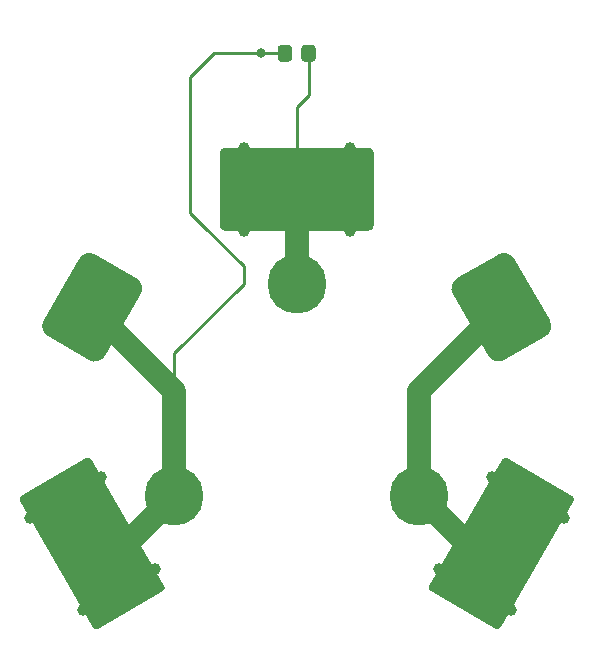
<source format=gtl>
G04 #@! TF.GenerationSoftware,KiCad,Pcbnew,5.1.9+dfsg1-1+deb11u1*
G04 #@! TF.CreationDate,2024-03-01T00:12:53+09:00*
G04 #@! TF.ProjectId,inner,696e6e65-722e-46b6-9963-61645f706362,rev?*
G04 #@! TF.SameCoordinates,Original*
G04 #@! TF.FileFunction,Copper,L1,Top*
G04 #@! TF.FilePolarity,Positive*
%FSLAX46Y46*%
G04 Gerber Fmt 4.6, Leading zero omitted, Abs format (unit mm)*
G04 Created by KiCad (PCBNEW 5.1.9+dfsg1-1+deb11u1) date 2024-03-01 00:12:53*
%MOMM*%
%LPD*%
G01*
G04 APERTURE LIST*
G04 #@! TA.AperFunction,ComponentPad*
%ADD10C,1.000000*%
G04 #@! TD*
G04 #@! TA.AperFunction,ComponentPad*
%ADD11C,5.000000*%
G04 #@! TD*
G04 #@! TA.AperFunction,ViaPad*
%ADD12C,0.800000*%
G04 #@! TD*
G04 #@! TA.AperFunction,Conductor*
%ADD13C,2.000000*%
G04 #@! TD*
G04 #@! TA.AperFunction,Conductor*
%ADD14C,0.250000*%
G04 #@! TD*
G04 APERTURE END LIST*
D10*
X172088457Y-98598076D03*
X175552559Y-96598076D03*
X169088457Y-93401924D03*
X172552559Y-91401924D03*
G04 #@! TA.AperFunction,SMDPad,CuDef*
G36*
G01*
X168590189Y-92534899D02*
X172050827Y-90536899D01*
G75*
G02*
X173419584Y-90903656I501000J-867757D01*
G01*
X176417584Y-96096344D01*
G75*
G02*
X176050827Y-97465101I-867757J-501000D01*
G01*
X172590189Y-99463101D01*
G75*
G02*
X171221432Y-99096344I-501000J867757D01*
G01*
X168223432Y-93903656D01*
G75*
G02*
X168590189Y-92534899I867757J501000D01*
G01*
G37*
G04 #@! TD.AperFunction*
X140911543Y-93401924D03*
X137447441Y-91401924D03*
X137911543Y-98598076D03*
X134447441Y-96598076D03*
G04 #@! TA.AperFunction,SMDPad,CuDef*
G36*
G01*
X137409811Y-99463101D02*
X133949173Y-97465101D01*
G75*
G02*
X133582416Y-96096344I501000J867757D01*
G01*
X136580416Y-90903656D01*
G75*
G02*
X137949173Y-90536899I867757J-501000D01*
G01*
X141409811Y-92534899D01*
G75*
G02*
X141776568Y-93903656I-501000J-867757D01*
G01*
X138778568Y-99096344D01*
G75*
G02*
X137409811Y-99463101I-867757J501000D01*
G01*
G37*
G04 #@! TD.AperFunction*
X159500000Y-88500000D03*
X150500000Y-88500000D03*
X159500000Y-81500000D03*
X150500000Y-81500000D03*
G04 #@! TA.AperFunction,SMDPad,CuDef*
G36*
G01*
X148500000Y-88150000D02*
X148500000Y-81850000D01*
G75*
G02*
X148850000Y-81500000I350000J0D01*
G01*
X161150000Y-81500000D01*
G75*
G02*
X161500000Y-81850000I0J-350000D01*
G01*
X161500000Y-88150000D01*
G75*
G02*
X161150000Y-88500000I-350000J0D01*
G01*
X148850000Y-88500000D01*
G75*
G02*
X148500000Y-88150000I0J350000D01*
G01*
G37*
G04 #@! TD.AperFunction*
D11*
X155000000Y-93000000D03*
D10*
X167039419Y-117147114D03*
X171539419Y-109352886D03*
X173101597Y-120647114D03*
X177601597Y-112852886D03*
G04 #@! TA.AperFunction,SMDPad,CuDef*
G36*
G01*
X172842528Y-107795835D02*
X178298488Y-110945835D01*
G75*
G02*
X178426597Y-111423944I-175000J-303109D01*
G01*
X172276597Y-122076056D01*
G75*
G02*
X171798488Y-122204165I-303109J175000D01*
G01*
X166342528Y-119054165D01*
G75*
G02*
X166214419Y-118576056I175000J303109D01*
G01*
X172364419Y-107923944D01*
G75*
G02*
X172842528Y-107795835I303109J-175000D01*
G01*
G37*
G04 #@! TD.AperFunction*
D11*
X165392305Y-111000000D03*
D10*
X138460581Y-109352886D03*
X142960581Y-117147114D03*
X132398403Y-112852886D03*
X136898403Y-120647114D03*
G04 #@! TA.AperFunction,SMDPad,CuDef*
G36*
G01*
X143657472Y-119054165D02*
X138201512Y-122204165D01*
G75*
G02*
X137723403Y-122076056I-175000J303109D01*
G01*
X131573403Y-111423944D01*
G75*
G02*
X131701512Y-110945835I303109J175000D01*
G01*
X137157472Y-107795835D01*
G75*
G02*
X137635581Y-107923944I175000J-303109D01*
G01*
X143785581Y-118576056D01*
G75*
G02*
X143657472Y-119054165I-303109J-175000D01*
G01*
G37*
G04 #@! TD.AperFunction*
D11*
X144607695Y-111000000D03*
G04 #@! TA.AperFunction,SMDPad,CuDef*
G36*
G01*
X156600000Y-73049999D02*
X156600000Y-73950001D01*
G75*
G02*
X156350001Y-74200000I-249999J0D01*
G01*
X155649999Y-74200000D01*
G75*
G02*
X155400000Y-73950001I0J249999D01*
G01*
X155400000Y-73049999D01*
G75*
G02*
X155649999Y-72800000I249999J0D01*
G01*
X156350001Y-72800000D01*
G75*
G02*
X156600000Y-73049999I0J-249999D01*
G01*
G37*
G04 #@! TD.AperFunction*
G04 #@! TA.AperFunction,SMDPad,CuDef*
G36*
G01*
X154600000Y-73049999D02*
X154600000Y-73950001D01*
G75*
G02*
X154350001Y-74200000I-249999J0D01*
G01*
X153649999Y-74200000D01*
G75*
G02*
X153400000Y-73950001I0J249999D01*
G01*
X153400000Y-73049999D01*
G75*
G02*
X153649999Y-72800000I249999J0D01*
G01*
X154350001Y-72800000D01*
G75*
G02*
X154600000Y-73049999I0J-249999D01*
G01*
G37*
G04 #@! TD.AperFunction*
D12*
X152000000Y-73500000D03*
D13*
X144607695Y-111000000D02*
X144607695Y-102107695D01*
X144607695Y-102107695D02*
X137500000Y-95000000D01*
X144607695Y-111000000D02*
X140607695Y-115000000D01*
D14*
X144607695Y-102107695D02*
X144607695Y-98892305D01*
X144607695Y-98892305D02*
X150500000Y-93000000D01*
X150500000Y-93000000D02*
X150500000Y-91500000D01*
X150500000Y-91500000D02*
X147000000Y-88000000D01*
X147000000Y-88000000D02*
X146000000Y-87000000D01*
X146000000Y-87000000D02*
X146000000Y-75500000D01*
X148000000Y-73500000D02*
X152000000Y-73500000D01*
X146000000Y-75500000D02*
X148000000Y-73500000D01*
X152000000Y-73500000D02*
X154000000Y-73500000D01*
D13*
X165392305Y-111000000D02*
X165392305Y-102107695D01*
X165392305Y-102107695D02*
X172500000Y-95000000D01*
X165392305Y-111000000D02*
X170392305Y-116000000D01*
X155000000Y-93000000D02*
X155000000Y-85000000D01*
D14*
X155000000Y-85000000D02*
X155000000Y-78000000D01*
X155000000Y-78000000D02*
X156000000Y-77000000D01*
X156000000Y-77000000D02*
X156000000Y-73500000D01*
M02*

</source>
